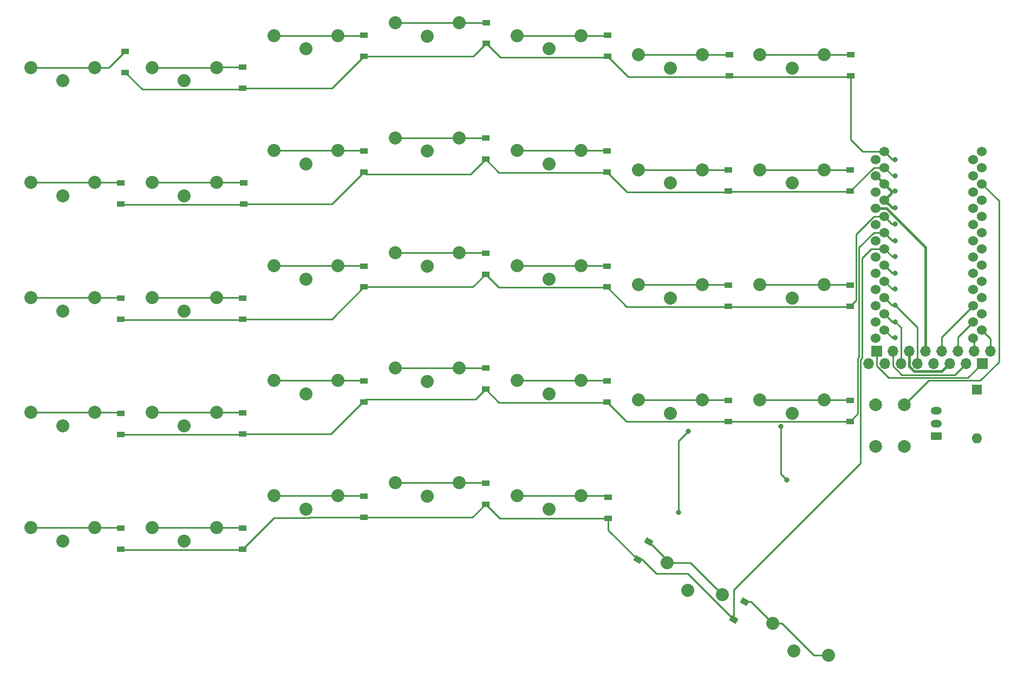
<source format=gbr>
G04 #@! TF.GenerationSoftware,KiCad,Pcbnew,(6.0.1-0)*
G04 #@! TF.CreationDate,2022-02-27T00:26:46+08:00*
G04 #@! TF.ProjectId,nut-kb,6e75742d-6b62-42e6-9b69-6361645f7063,rev?*
G04 #@! TF.SameCoordinates,Original*
G04 #@! TF.FileFunction,Copper,L2,Bot*
G04 #@! TF.FilePolarity,Positive*
%FSLAX46Y46*%
G04 Gerber Fmt 4.6, Leading zero omitted, Abs format (unit mm)*
G04 Created by KiCad (PCBNEW (6.0.1-0)) date 2022-02-27 00:26:46*
%MOMM*%
%LPD*%
G01*
G04 APERTURE LIST*
G04 Aperture macros list*
%AMRoundRect*
0 Rectangle with rounded corners*
0 $1 Rounding radius*
0 $2 $3 $4 $5 $6 $7 $8 $9 X,Y pos of 4 corners*
0 Add a 4 corners polygon primitive as box body*
4,1,4,$2,$3,$4,$5,$6,$7,$8,$9,$2,$3,0*
0 Add four circle primitives for the rounded corners*
1,1,$1+$1,$2,$3*
1,1,$1+$1,$4,$5*
1,1,$1+$1,$6,$7*
1,1,$1+$1,$8,$9*
0 Add four rect primitives between the rounded corners*
20,1,$1+$1,$2,$3,$4,$5,0*
20,1,$1+$1,$4,$5,$6,$7,0*
20,1,$1+$1,$6,$7,$8,$9,0*
20,1,$1+$1,$8,$9,$2,$3,0*%
%AMRotRect*
0 Rectangle, with rotation*
0 The origin of the aperture is its center*
0 $1 length*
0 $2 width*
0 $3 Rotation angle, in degrees counterclockwise*
0 Add horizontal line*
21,1,$1,$2,0,0,$3*%
G04 Aperture macros list end*
G04 #@! TA.AperFunction,ComponentPad*
%ADD10C,2.032000*%
G04 #@! TD*
G04 #@! TA.AperFunction,ComponentPad*
%ADD11RoundRect,0.250000X0.625000X-0.350000X0.625000X0.350000X-0.625000X0.350000X-0.625000X-0.350000X0*%
G04 #@! TD*
G04 #@! TA.AperFunction,ComponentPad*
%ADD12O,1.750000X1.200000*%
G04 #@! TD*
G04 #@! TA.AperFunction,ComponentPad*
%ADD13R,1.600000X1.600000*%
G04 #@! TD*
G04 #@! TA.AperFunction,ComponentPad*
%ADD14O,1.600000X1.600000*%
G04 #@! TD*
G04 #@! TA.AperFunction,ComponentPad*
%ADD15C,1.524000*%
G04 #@! TD*
G04 #@! TA.AperFunction,ComponentPad*
%ADD16R,1.700000X1.700000*%
G04 #@! TD*
G04 #@! TA.AperFunction,ComponentPad*
%ADD17O,1.700000X1.700000*%
G04 #@! TD*
G04 #@! TA.AperFunction,ComponentPad*
%ADD18C,2.000000*%
G04 #@! TD*
G04 #@! TA.AperFunction,SMDPad,CuDef*
%ADD19R,1.200000X0.900000*%
G04 #@! TD*
G04 #@! TA.AperFunction,SMDPad,CuDef*
%ADD20RotRect,0.900000X1.200000X60.000000*%
G04 #@! TD*
G04 #@! TA.AperFunction,ViaPad*
%ADD21C,0.800000*%
G04 #@! TD*
G04 #@! TA.AperFunction,Conductor*
%ADD22C,0.254000*%
G04 #@! TD*
G04 #@! TA.AperFunction,Conductor*
%ADD23C,0.381000*%
G04 #@! TD*
G04 APERTURE END LIST*
D10*
X159750000Y-230609550D03*
X165130127Y-231290897D03*
X156469873Y-226290897D03*
X139918873Y-216790897D03*
X148579127Y-221790897D03*
X143199000Y-221109550D03*
X121460000Y-172400000D03*
X116460000Y-170300000D03*
X126460000Y-170300000D03*
X45460000Y-159400000D03*
X40460000Y-157300000D03*
X50460000Y-157300000D03*
X64460000Y-195400000D03*
X59460000Y-193300000D03*
X69460000Y-193300000D03*
X64460000Y-159400000D03*
X59460000Y-157300000D03*
X69460000Y-157300000D03*
X102460000Y-152400000D03*
X107460000Y-150300000D03*
X97460000Y-150300000D03*
X121460000Y-136400000D03*
X116460000Y-134300000D03*
X126460000Y-134300000D03*
X45460000Y-141400000D03*
X40460000Y-139300000D03*
X50460000Y-139300000D03*
X83460000Y-208400000D03*
X78460000Y-206300000D03*
X88460000Y-206300000D03*
X102460000Y-188400000D03*
X107460000Y-186300000D03*
X97460000Y-186300000D03*
X121460000Y-208400000D03*
X126460000Y-206300000D03*
X116460000Y-206300000D03*
X159460000Y-175400000D03*
X164460000Y-173300000D03*
X154460000Y-173300000D03*
X159460000Y-139400000D03*
X154460000Y-137300000D03*
X164460000Y-137300000D03*
X64460000Y-177400000D03*
X59460000Y-175300000D03*
X69460000Y-175300000D03*
X64460000Y-141400000D03*
X69460000Y-139300000D03*
X59460000Y-139300000D03*
X102460000Y-134400000D03*
X97460000Y-132300000D03*
X107460000Y-132300000D03*
X83460000Y-190400000D03*
X78460000Y-188300000D03*
X88460000Y-188300000D03*
X102460000Y-170400000D03*
X107460000Y-168300000D03*
X97460000Y-168300000D03*
D11*
X182000000Y-197000000D03*
D12*
X182000000Y-195000000D03*
X182000000Y-193000000D03*
D10*
X121460000Y-190400000D03*
X126460000Y-188300000D03*
X116460000Y-188300000D03*
X83460000Y-136400000D03*
X78460000Y-134300000D03*
X88460000Y-134300000D03*
X140460000Y-157400000D03*
X135460000Y-155300000D03*
X145460000Y-155300000D03*
X140460000Y-193400000D03*
X135460000Y-191300000D03*
X145460000Y-191300000D03*
X159460000Y-193400000D03*
X164460000Y-191300000D03*
X154460000Y-191300000D03*
X45460000Y-213400000D03*
X40460000Y-211300000D03*
X50460000Y-211300000D03*
X83460000Y-172400000D03*
X78460000Y-170300000D03*
X88460000Y-170300000D03*
X83460000Y-154400000D03*
X78460000Y-152300000D03*
X88460000Y-152300000D03*
D13*
X188400000Y-189700000D03*
D14*
X188400000Y-197320000D03*
D10*
X159460000Y-157400000D03*
X154460000Y-155300000D03*
X164460000Y-155300000D03*
D15*
X187810000Y-153692000D03*
X173896400Y-152422000D03*
X187810000Y-156232000D03*
X173896400Y-154962000D03*
X173896400Y-157502000D03*
X187810000Y-158772000D03*
X187810000Y-161312000D03*
X173896400Y-160042000D03*
X187810000Y-163852000D03*
X173896400Y-162582000D03*
X187810000Y-166392000D03*
X173896400Y-165122000D03*
X173896400Y-167662000D03*
X187810000Y-168932000D03*
X173896400Y-170202000D03*
X187810000Y-171472000D03*
X187810000Y-174012000D03*
X173896400Y-172742000D03*
X187810000Y-176552000D03*
X173896400Y-175282000D03*
X187810000Y-179092000D03*
X173896400Y-177822000D03*
X173896400Y-180362000D03*
X187810000Y-181632000D03*
X172570000Y-181632000D03*
X189116400Y-180362000D03*
X172570000Y-179092000D03*
X189116400Y-177822000D03*
X189116400Y-175282000D03*
X172570000Y-176552000D03*
X189116400Y-172742000D03*
X172570000Y-174012000D03*
X172570000Y-171472000D03*
X189116400Y-170202000D03*
X189116400Y-167662000D03*
X172570000Y-168932000D03*
X189116400Y-165122000D03*
X172570000Y-166392000D03*
X172570000Y-163852000D03*
X189116400Y-162582000D03*
X172570000Y-161312000D03*
X189116400Y-160042000D03*
X172570000Y-158772000D03*
X189116400Y-157502000D03*
X189116400Y-154962000D03*
X172570000Y-156232000D03*
X189116400Y-152422000D03*
X172570000Y-153692000D03*
D10*
X102460000Y-206400000D03*
X97460000Y-204300000D03*
X107460000Y-204300000D03*
D16*
X172700000Y-183700000D03*
D17*
X175240000Y-183700000D03*
X177780000Y-183700000D03*
X180320000Y-183700000D03*
X182860000Y-183700000D03*
X185400000Y-183700000D03*
X187940000Y-183700000D03*
X190480000Y-183700000D03*
D10*
X121460000Y-154400000D03*
X116460000Y-152300000D03*
X126460000Y-152300000D03*
X140460000Y-175400000D03*
X145460000Y-173300000D03*
X135460000Y-173300000D03*
D18*
X177000000Y-192100000D03*
X177000000Y-198600000D03*
X172500000Y-192100000D03*
X172500000Y-198600000D03*
D10*
X45460000Y-177400000D03*
X50460000Y-175300000D03*
X40460000Y-175300000D03*
X64460000Y-213400000D03*
X59460000Y-211300000D03*
X69460000Y-211300000D03*
X140460000Y-139400000D03*
X135460000Y-137300000D03*
X145460000Y-137300000D03*
X45460000Y-195400000D03*
X40460000Y-193300000D03*
X50460000Y-193300000D03*
D19*
X149649000Y-140560000D03*
X149649000Y-137260000D03*
X149549000Y-176660000D03*
X149549000Y-173360000D03*
X54549000Y-196710000D03*
X54549000Y-193410000D03*
X54549000Y-214660000D03*
X54549000Y-211360000D03*
X111549000Y-207660000D03*
X111549000Y-204360000D03*
X130549000Y-191660000D03*
X130549000Y-188360000D03*
X73549000Y-214660000D03*
X73549000Y-211360000D03*
X168649000Y-137260000D03*
X168649000Y-140560000D03*
X73549000Y-142560000D03*
X73549000Y-139260000D03*
D16*
X189200000Y-185600000D03*
D17*
X186660000Y-185600000D03*
X184120000Y-185600000D03*
X181580000Y-185600000D03*
X179040000Y-185600000D03*
X176500000Y-185600000D03*
X173960000Y-185600000D03*
X171420000Y-185600000D03*
D19*
X130549000Y-155660000D03*
X130549000Y-152360000D03*
X92549000Y-173660000D03*
X92549000Y-170360000D03*
X149549000Y-194660000D03*
X149549000Y-191360000D03*
X149549000Y-158660000D03*
X149549000Y-155360000D03*
X130649000Y-137560000D03*
X130649000Y-134260000D03*
X73549000Y-196660000D03*
X73549000Y-193360000D03*
X111549000Y-171660000D03*
X111549000Y-168360000D03*
X54549000Y-160660000D03*
X54549000Y-157360000D03*
X130749000Y-209860000D03*
X130749000Y-206560000D03*
X92549000Y-191660000D03*
X92549000Y-188360000D03*
X55200000Y-140050000D03*
X55200000Y-136750000D03*
X73749000Y-160660000D03*
X73749000Y-157360000D03*
D20*
X150375000Y-225728942D03*
X152025000Y-222871058D03*
X135375000Y-216328942D03*
X137025000Y-213471058D03*
D19*
X92549000Y-137560000D03*
X92549000Y-134260000D03*
X54549000Y-178660000D03*
X54549000Y-175360000D03*
X111649000Y-135560000D03*
X111649000Y-132260000D03*
X73549000Y-178660000D03*
X73549000Y-175360000D03*
X130549000Y-173660000D03*
X130549000Y-170360000D03*
X168549000Y-176660000D03*
X168549000Y-173360000D03*
X168549000Y-194660000D03*
X168549000Y-191360000D03*
X168549000Y-158660000D03*
X168549000Y-155360000D03*
X111549000Y-189660000D03*
X111549000Y-186360000D03*
X92549000Y-155660000D03*
X92549000Y-152360000D03*
X92549000Y-209710000D03*
X92549000Y-206410000D03*
X111549000Y-153660000D03*
X111549000Y-150360000D03*
D21*
X141700000Y-208940580D03*
X158675775Y-203875775D03*
X175600000Y-158600000D03*
X175600000Y-161300000D03*
X175600000Y-153682411D03*
X175600000Y-156300000D03*
X175600000Y-163800000D03*
X175600000Y-166400000D03*
X175600000Y-168900000D03*
X143260000Y-196200000D03*
X157700000Y-195469011D03*
X175600000Y-174000000D03*
X175600000Y-171500000D03*
X175600000Y-176500000D03*
X175600000Y-179100000D03*
X175600000Y-181600000D03*
D22*
X135375000Y-216328942D02*
X136067820Y-216328942D01*
X143146058Y-218500000D02*
X150375000Y-225728942D01*
X136067820Y-216328942D02*
X138238878Y-218500000D01*
X138238878Y-218500000D02*
X143146058Y-218500000D01*
X150375000Y-225728942D02*
X150375000Y-221028633D01*
X170200000Y-201203633D02*
X170200000Y-185000000D01*
X150375000Y-221028633D02*
X170200000Y-201203633D01*
X177000000Y-192100000D02*
X180792960Y-188307040D01*
X180792960Y-188307040D02*
X188845982Y-188307040D01*
X188845982Y-188307040D02*
X191800000Y-185353022D01*
X191800000Y-160185600D02*
X189116400Y-157502000D01*
X191800000Y-185353022D02*
X191800000Y-160185600D01*
X141700000Y-197760000D02*
X143260000Y-196200000D01*
X141700000Y-208940580D02*
X141700000Y-197760000D01*
X157700000Y-202900000D02*
X157700000Y-195469011D01*
X158675775Y-203875775D02*
X157700000Y-202900000D01*
X156469873Y-226290897D02*
X157906713Y-226290897D01*
X162906713Y-231290897D02*
X165130127Y-231290897D01*
X157906713Y-226290897D02*
X162906713Y-231290897D01*
X152025000Y-222871058D02*
X153050034Y-222871058D01*
X153050034Y-222871058D02*
X156469873Y-226290897D01*
X139918873Y-216790897D02*
X143579127Y-216790897D01*
X143579127Y-216790897D02*
X148579127Y-221790897D01*
X137025000Y-213471058D02*
X139918873Y-216364931D01*
X139918873Y-216364931D02*
X139918873Y-216790897D01*
X173896400Y-152422000D02*
X170522000Y-152422000D01*
X170522000Y-152422000D02*
X168649000Y-150549000D01*
X168649000Y-150549000D02*
X168649000Y-140560000D01*
D23*
X172626400Y-156232000D02*
X173896400Y-157502000D01*
X184120000Y-185600000D02*
X182879989Y-186840011D01*
X173896400Y-160042000D02*
X174994400Y-158944000D01*
X175154400Y-161300000D02*
X173896400Y-160042000D01*
X178526370Y-186840011D02*
X177780000Y-186093641D01*
X175600000Y-158600000D02*
X174994400Y-158600000D01*
X174994400Y-158600000D02*
X173896400Y-157502000D01*
X174994400Y-158944000D02*
X174994400Y-158600000D01*
X182879989Y-186840011D02*
X178526370Y-186840011D01*
X175600000Y-161300000D02*
X175154400Y-161300000D01*
X177780000Y-186093641D02*
X177780000Y-183700000D01*
X172570000Y-156232000D02*
X172626400Y-156232000D01*
X175117245Y-162173654D02*
X174255591Y-161312000D01*
X174255591Y-161312000D02*
X172570000Y-161312000D01*
X180320000Y-167402755D02*
X175117245Y-162200000D01*
X180320000Y-183700000D02*
X180320000Y-167402755D01*
X175117245Y-162200000D02*
X175117245Y-162173654D01*
D22*
X133831511Y-140742511D02*
X130649000Y-137560000D01*
X92549000Y-137560000D02*
X87549000Y-142560000D01*
X130649000Y-137560000D02*
X130466489Y-137742511D01*
X73366489Y-142742511D02*
X57892511Y-142742511D01*
X149649000Y-140560000D02*
X149466489Y-140742511D01*
X130466489Y-137742511D02*
X113831511Y-137742511D01*
X73549000Y-142560000D02*
X73366489Y-142742511D01*
X175600000Y-153682411D02*
X175156811Y-153682411D01*
X168649000Y-140560000D02*
X168466489Y-140742511D01*
X113831511Y-137742511D02*
X111649000Y-135560000D01*
X149466489Y-140742511D02*
X133831511Y-140742511D01*
X111649000Y-135560000D02*
X109649000Y-137560000D01*
X57892511Y-142742511D02*
X55200000Y-140050000D01*
X109649000Y-137560000D02*
X92549000Y-137560000D01*
X149831511Y-140742511D02*
X149649000Y-140560000D01*
X175156811Y-153682411D02*
X173896400Y-152422000D01*
X168466489Y-140742511D02*
X149831511Y-140742511D01*
X87549000Y-142560000D02*
X73549000Y-142560000D01*
X40460000Y-139300000D02*
X50460000Y-139300000D01*
X50460000Y-139300000D02*
X52650000Y-139300000D01*
X52650000Y-139300000D02*
X55200000Y-136750000D01*
X73549000Y-139260000D02*
X69500000Y-139260000D01*
X69460000Y-139300000D02*
X59460000Y-139300000D01*
X69500000Y-139260000D02*
X69460000Y-139300000D01*
X78460000Y-134300000D02*
X88460000Y-134300000D01*
X88460000Y-134300000D02*
X92509000Y-134300000D01*
X92509000Y-134300000D02*
X92549000Y-134260000D01*
X111609000Y-132300000D02*
X111649000Y-132260000D01*
X97460000Y-132300000D02*
X107460000Y-132300000D01*
X107460000Y-132300000D02*
X111609000Y-132300000D01*
X130609000Y-134300000D02*
X130649000Y-134260000D01*
X126460000Y-134300000D02*
X130609000Y-134300000D01*
X116460000Y-134300000D02*
X126460000Y-134300000D01*
X135460000Y-137300000D02*
X145460000Y-137300000D01*
X145460000Y-137300000D02*
X149609000Y-137300000D01*
X149609000Y-137300000D02*
X149649000Y-137260000D01*
X111549000Y-153660000D02*
X113631511Y-155742511D01*
X92889000Y-156000000D02*
X109209000Y-156000000D01*
X54549000Y-160660000D02*
X54631511Y-160742511D01*
X73666489Y-160742511D02*
X73749000Y-160660000D01*
X92549000Y-155660000D02*
X92889000Y-156000000D01*
X109209000Y-156000000D02*
X111549000Y-153660000D01*
X149409000Y-158800000D02*
X149549000Y-158660000D01*
X73749000Y-160660000D02*
X87549000Y-160660000D01*
X168466489Y-158742511D02*
X168549000Y-158660000D01*
X130466489Y-155742511D02*
X130549000Y-155660000D01*
X87549000Y-160660000D02*
X92549000Y-155660000D01*
X54631511Y-160742511D02*
X73666489Y-160742511D01*
X130549000Y-155660000D02*
X133689000Y-158800000D01*
X175234400Y-156300000D02*
X173896400Y-154962000D01*
X113631511Y-155742511D02*
X130466489Y-155742511D01*
X149549000Y-158660000D02*
X149631511Y-158742511D01*
X149631511Y-158742511D02*
X168466489Y-158742511D01*
X173896400Y-154962000D02*
X172247000Y-154962000D01*
X175600000Y-156300000D02*
X175234400Y-156300000D01*
X172247000Y-154962000D02*
X168549000Y-158660000D01*
X133689000Y-158800000D02*
X149409000Y-158800000D01*
X92439000Y-206300000D02*
X92549000Y-206410000D01*
X88460000Y-206300000D02*
X92439000Y-206300000D01*
X78460000Y-206300000D02*
X88460000Y-206300000D01*
X154460000Y-137300000D02*
X164460000Y-137300000D01*
X168609000Y-137300000D02*
X168649000Y-137260000D01*
X164460000Y-137300000D02*
X168609000Y-137300000D01*
X54489000Y-157300000D02*
X54549000Y-157360000D01*
X40460000Y-157300000D02*
X50460000Y-157300000D01*
X50460000Y-157300000D02*
X54489000Y-157300000D01*
X73689000Y-157300000D02*
X73749000Y-157360000D01*
X69460000Y-157300000D02*
X73689000Y-157300000D01*
X59460000Y-157300000D02*
X69460000Y-157300000D01*
X78460000Y-152300000D02*
X88460000Y-152300000D01*
X92489000Y-152300000D02*
X92549000Y-152360000D01*
X88460000Y-152300000D02*
X92489000Y-152300000D01*
X111489000Y-150300000D02*
X111549000Y-150360000D01*
X107460000Y-150300000D02*
X111489000Y-150300000D01*
X97460000Y-150300000D02*
X107460000Y-150300000D01*
X130489000Y-152300000D02*
X130549000Y-152360000D01*
X126460000Y-152300000D02*
X130489000Y-152300000D01*
X116460000Y-152300000D02*
X126460000Y-152300000D01*
X175600000Y-163800000D02*
X175114400Y-163800000D01*
X149466489Y-176742511D02*
X133631511Y-176742511D01*
X149549000Y-176660000D02*
X149466489Y-176742511D01*
X172300612Y-162582000D02*
X169500000Y-165382612D01*
X169500000Y-165382612D02*
X169500000Y-175709000D01*
X73466489Y-178742511D02*
X54631511Y-178742511D01*
X73549000Y-178660000D02*
X73466489Y-178742511D01*
X111549000Y-171660000D02*
X109549000Y-173660000D01*
X168549000Y-176660000D02*
X168466489Y-176742511D01*
X130466489Y-173742511D02*
X113631511Y-173742511D01*
X92549000Y-173660000D02*
X87549000Y-178660000D01*
X169500000Y-175709000D02*
X168549000Y-176660000D01*
X109549000Y-173660000D02*
X92549000Y-173660000D01*
X133631511Y-176742511D02*
X130549000Y-173660000D01*
X130549000Y-173660000D02*
X130466489Y-173742511D01*
X168466489Y-176742511D02*
X149631511Y-176742511D01*
X87549000Y-178660000D02*
X73549000Y-178660000D01*
X175114400Y-163800000D02*
X173896400Y-162582000D01*
X54631511Y-178742511D02*
X54549000Y-178660000D01*
X149631511Y-176742511D02*
X149549000Y-176660000D01*
X113631511Y-173742511D02*
X111549000Y-171660000D01*
X173896400Y-162582000D02*
X172300612Y-162582000D01*
X145460000Y-155300000D02*
X135460000Y-155300000D01*
X145520000Y-155360000D02*
X145460000Y-155300000D01*
X149549000Y-155360000D02*
X145520000Y-155360000D01*
X164460000Y-155300000D02*
X154460000Y-155300000D01*
X164520000Y-155360000D02*
X164460000Y-155300000D01*
X168549000Y-155360000D02*
X164520000Y-155360000D01*
X54489000Y-175300000D02*
X54549000Y-175360000D01*
X50460000Y-175300000D02*
X54489000Y-175300000D01*
X40460000Y-175300000D02*
X50460000Y-175300000D01*
X59460000Y-175300000D02*
X69460000Y-175300000D01*
X69460000Y-175300000D02*
X73489000Y-175300000D01*
X73489000Y-175300000D02*
X73549000Y-175360000D01*
X88460000Y-170300000D02*
X92489000Y-170300000D01*
X78460000Y-170300000D02*
X88460000Y-170300000D01*
X92489000Y-170300000D02*
X92549000Y-170360000D01*
X97460000Y-168300000D02*
X107460000Y-168300000D01*
X107460000Y-168300000D02*
X111489000Y-168300000D01*
X111489000Y-168300000D02*
X111549000Y-168360000D01*
X175600000Y-166400000D02*
X175174400Y-166400000D01*
X92800000Y-191200000D02*
X110009000Y-191200000D01*
X110009000Y-191200000D02*
X111549000Y-189660000D01*
X149631511Y-194742511D02*
X168466489Y-194742511D01*
X113631511Y-191742511D02*
X111549000Y-189660000D01*
X149466489Y-194742511D02*
X133631511Y-194742511D01*
X87340000Y-196660000D02*
X92800000Y-191200000D01*
X175174400Y-166400000D02*
X173896400Y-165122000D01*
X172300612Y-165122000D02*
X173896400Y-165122000D01*
X149549000Y-194660000D02*
X149631511Y-194742511D01*
X54549000Y-196710000D02*
X54581511Y-196742511D01*
X169746480Y-193462520D02*
X169746480Y-184812146D01*
X130466489Y-191742511D02*
X113631511Y-191742511D01*
X73466489Y-196742511D02*
X73549000Y-196660000D01*
X149549000Y-194660000D02*
X149466489Y-194742511D01*
X169746480Y-184812146D02*
X169953520Y-184605106D01*
X168466489Y-194742511D02*
X168549000Y-194660000D01*
X133631511Y-194742511D02*
X130549000Y-191660000D01*
X169953520Y-184605106D02*
X169953520Y-167469092D01*
X169953520Y-167469092D02*
X172300612Y-165122000D01*
X73549000Y-196660000D02*
X87340000Y-196660000D01*
X168549000Y-194660000D02*
X169746480Y-193462520D01*
X54581511Y-196742511D02*
X73466489Y-196742511D01*
X130549000Y-191660000D02*
X130466489Y-191742511D01*
X126460000Y-170300000D02*
X130489000Y-170300000D01*
X116460000Y-170300000D02*
X126460000Y-170300000D01*
X130489000Y-170300000D02*
X130549000Y-170360000D01*
X135460000Y-173300000D02*
X145460000Y-173300000D01*
X145460000Y-173300000D02*
X149489000Y-173300000D01*
X149489000Y-173300000D02*
X149549000Y-173360000D01*
X164460000Y-173300000D02*
X168489000Y-173300000D01*
X168489000Y-173300000D02*
X168549000Y-173360000D01*
X154460000Y-173300000D02*
X164460000Y-173300000D01*
X54439000Y-193300000D02*
X54549000Y-193410000D01*
X40460000Y-193300000D02*
X50460000Y-193300000D01*
X50460000Y-193300000D02*
X54439000Y-193300000D01*
X69460000Y-193300000D02*
X73489000Y-193300000D01*
X59460000Y-193300000D02*
X69460000Y-193300000D01*
X73489000Y-193300000D02*
X73549000Y-193360000D01*
X92489000Y-188300000D02*
X92549000Y-188360000D01*
X78460000Y-188300000D02*
X88460000Y-188300000D01*
X88460000Y-188300000D02*
X92489000Y-188300000D01*
X84016087Y-209742511D02*
X78457489Y-209742511D01*
X171845040Y-167662000D02*
X170407040Y-169100000D01*
X73549000Y-214651000D02*
X73549000Y-214660000D01*
X113749000Y-209860000D02*
X111549000Y-207660000D01*
X135375000Y-216328942D02*
X130749000Y-211702942D01*
X92549000Y-209710000D02*
X84048598Y-209710000D01*
X130749000Y-209860000D02*
X113749000Y-209860000D01*
X54631511Y-214742511D02*
X73466489Y-214742511D01*
X173896400Y-167662000D02*
X171845040Y-167662000D01*
X170407040Y-169100000D02*
X170407040Y-184792960D01*
X175600000Y-168900000D02*
X175134400Y-168900000D01*
X109499000Y-209710000D02*
X92549000Y-209710000D01*
X54549000Y-214660000D02*
X54631511Y-214742511D01*
X170407040Y-184792960D02*
X170200000Y-185000000D01*
X111549000Y-207660000D02*
X109499000Y-209710000D01*
X73466489Y-214742511D02*
X73549000Y-214660000D01*
X175134400Y-168900000D02*
X173896400Y-167662000D01*
X84048598Y-209710000D02*
X84016087Y-209742511D01*
X78457489Y-209742511D02*
X73549000Y-214651000D01*
X130749000Y-211702942D02*
X130749000Y-209860000D01*
X107460000Y-186300000D02*
X111489000Y-186300000D01*
X97460000Y-186300000D02*
X107460000Y-186300000D01*
X111489000Y-186300000D02*
X111549000Y-186360000D01*
X130489000Y-188300000D02*
X130549000Y-188360000D01*
X126460000Y-188300000D02*
X130489000Y-188300000D01*
X116460000Y-188300000D02*
X126460000Y-188300000D01*
X135460000Y-191300000D02*
X145460000Y-191300000D01*
X149489000Y-191300000D02*
X149549000Y-191360000D01*
X145460000Y-191300000D02*
X149489000Y-191300000D01*
X154460000Y-191300000D02*
X164460000Y-191300000D01*
X164460000Y-191300000D02*
X168489000Y-191300000D01*
X168489000Y-191300000D02*
X168549000Y-191360000D01*
X50460000Y-211300000D02*
X54489000Y-211300000D01*
X54489000Y-211300000D02*
X54549000Y-211360000D01*
X40460000Y-211300000D02*
X50460000Y-211300000D01*
X59460000Y-211300000D02*
X69460000Y-211300000D01*
X69460000Y-211300000D02*
X73489000Y-211300000D01*
X73489000Y-211300000D02*
X73549000Y-211360000D01*
X97460000Y-204300000D02*
X107460000Y-204300000D01*
X111489000Y-204300000D02*
X111549000Y-204360000D01*
X107460000Y-204300000D02*
X111489000Y-204300000D01*
X116460000Y-206300000D02*
X126460000Y-206300000D01*
X126460000Y-206300000D02*
X130489000Y-206300000D01*
X130489000Y-206300000D02*
X130749000Y-206560000D01*
X137189034Y-213471058D02*
X137025000Y-213471058D01*
X174549681Y-187853520D02*
X186946480Y-187853520D01*
X175154400Y-174000000D02*
X173896400Y-172742000D01*
X172700000Y-183700000D02*
X172700000Y-186003839D01*
X172700000Y-186003839D02*
X174549681Y-187853520D01*
X175600000Y-174000000D02*
X175154400Y-174000000D01*
X186946480Y-187853520D02*
X189200000Y-185600000D01*
X175240000Y-183700000D02*
X175240000Y-186003839D01*
X175240000Y-186003839D02*
X176636161Y-187400000D01*
X175600000Y-171500000D02*
X175194400Y-171500000D01*
X175194400Y-171500000D02*
X173896400Y-170202000D01*
X184860000Y-187400000D02*
X186660000Y-185600000D01*
X176636161Y-187400000D02*
X184860000Y-187400000D01*
X179040000Y-179940000D02*
X175600000Y-176500000D01*
X175114400Y-176500000D02*
X173896400Y-175282000D01*
X175600000Y-176500000D02*
X175114400Y-176500000D01*
X182860000Y-183700000D02*
X182860000Y-181502000D01*
X182860000Y-181502000D02*
X187810000Y-176552000D01*
X179040000Y-185600000D02*
X179040000Y-179940000D01*
X185400000Y-183700000D02*
X185400000Y-181502000D01*
X175600000Y-179100000D02*
X175174400Y-179100000D01*
X175174400Y-179100000D02*
X173896400Y-177822000D01*
X185400000Y-181502000D02*
X187810000Y-179092000D01*
X176500000Y-180000000D02*
X175600000Y-179100000D01*
X176500000Y-185600000D02*
X176500000Y-180000000D01*
X175134400Y-181600000D02*
X173896400Y-180362000D01*
X187940000Y-183700000D02*
X187940000Y-181762000D01*
X175600000Y-181600000D02*
X175134400Y-181600000D01*
X187940000Y-181762000D02*
X187810000Y-181632000D01*
X190480000Y-183700000D02*
X190480000Y-181725600D01*
X190480000Y-181725600D02*
X189116400Y-180362000D01*
M02*

</source>
